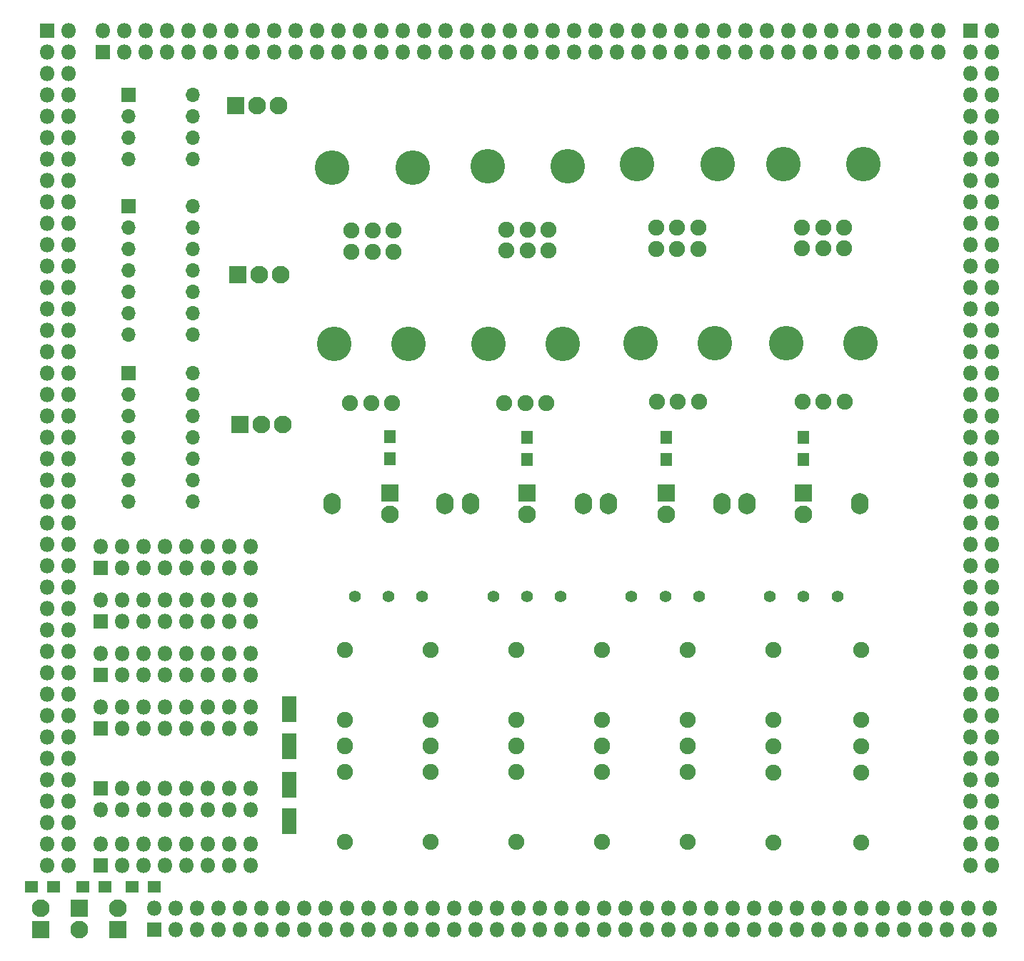
<source format=gbr>
%TF.GenerationSoftware,KiCad,Pcbnew,(5.1.6-0)*%
%TF.CreationDate,2023-02-20T11:30:03-05:00*%
%TF.ProjectId,Test Board Euro,54657374-2042-46f6-9172-64204575726f,rev?*%
%TF.SameCoordinates,Original*%
%TF.FileFunction,Soldermask,Bot*%
%TF.FilePolarity,Negative*%
%FSLAX46Y46*%
G04 Gerber Fmt 4.6, Leading zero omitted, Abs format (unit mm)*
G04 Created by KiCad (PCBNEW (5.1.6-0)) date 2023-02-20 11:30:03*
%MOMM*%
%LPD*%
G01*
G04 APERTURE LIST*
%ADD10R,1.800000X1.800000*%
%ADD11O,1.800000X1.800000*%
%ADD12R,1.700000X3.100000*%
%ADD13O,2.100000X2.500000*%
%ADD14C,1.400000*%
%ADD15C,2.100000*%
%ADD16R,2.100000X2.100000*%
%ADD17R,1.600000X1.400000*%
%ADD18R,1.400000X1.600000*%
%ADD19R,1.700000X1.700000*%
%ADD20O,1.700000X1.700000*%
%ADD21C,1.900000*%
%ADD22C,4.100000*%
G04 APERTURE END LIST*
D10*
%TO.C,J18*%
X92964000Y-142240000D03*
D11*
X92964000Y-139700000D03*
X95504000Y-142240000D03*
X95504000Y-139700000D03*
X98044000Y-142240000D03*
X98044000Y-139700000D03*
X100584000Y-142240000D03*
X100584000Y-139700000D03*
X103124000Y-142240000D03*
X103124000Y-139700000D03*
X105664000Y-142240000D03*
X105664000Y-139700000D03*
X108204000Y-142240000D03*
X108204000Y-139700000D03*
X110744000Y-142240000D03*
X110744000Y-139700000D03*
X113284000Y-142240000D03*
X113284000Y-139700000D03*
X115824000Y-142240000D03*
X115824000Y-139700000D03*
X118364000Y-142240000D03*
X118364000Y-139700000D03*
X120904000Y-142240000D03*
X120904000Y-139700000D03*
X123444000Y-142240000D03*
X123444000Y-139700000D03*
X125984000Y-142240000D03*
X125984000Y-139700000D03*
X128524000Y-142240000D03*
X128524000Y-139700000D03*
X131064000Y-142240000D03*
X131064000Y-139700000D03*
X133604000Y-142240000D03*
X133604000Y-139700000D03*
X136144000Y-142240000D03*
X136144000Y-139700000D03*
X138684000Y-142240000D03*
X138684000Y-139700000D03*
X141224000Y-142240000D03*
X141224000Y-139700000D03*
X143764000Y-142240000D03*
X143764000Y-139700000D03*
X146304000Y-142240000D03*
X146304000Y-139700000D03*
X148844000Y-142240000D03*
X148844000Y-139700000D03*
X151384000Y-142240000D03*
X151384000Y-139700000D03*
X153924000Y-142240000D03*
X153924000Y-139700000D03*
X156464000Y-142240000D03*
X156464000Y-139700000D03*
X159004000Y-142240000D03*
X159004000Y-139700000D03*
X161544000Y-142240000D03*
X161544000Y-139700000D03*
X164084000Y-142240000D03*
X164084000Y-139700000D03*
X166624000Y-142240000D03*
X166624000Y-139700000D03*
X169164000Y-142240000D03*
X169164000Y-139700000D03*
X171704000Y-142240000D03*
X171704000Y-139700000D03*
X174244000Y-142240000D03*
X174244000Y-139700000D03*
X176784000Y-142240000D03*
X176784000Y-139700000D03*
X179324000Y-142240000D03*
X179324000Y-139700000D03*
X181864000Y-142240000D03*
X181864000Y-139700000D03*
X184404000Y-142240000D03*
X184404000Y-139700000D03*
X186944000Y-142240000D03*
X186944000Y-139700000D03*
X189484000Y-142240000D03*
X189484000Y-139700000D03*
X192024000Y-142240000D03*
X192024000Y-139700000D03*
%TD*%
D12*
%TO.C,C2*%
X108966000Y-116104000D03*
X108966000Y-120504000D03*
%TD*%
%TO.C,C1*%
X108966000Y-129454000D03*
X108966000Y-125054000D03*
%TD*%
D13*
%TO.C,RV9*%
X127406999Y-91730000D03*
X114006999Y-91730000D03*
D14*
X124706999Y-102730000D03*
X120706999Y-102730000D03*
X116706999Y-102730000D03*
%TD*%
D15*
%TO.C,SW3*%
X107950000Y-64516000D03*
X105410000Y-64516000D03*
D16*
X102870000Y-64516000D03*
%TD*%
D15*
%TO.C,SW2*%
X107696000Y-44450000D03*
X105156000Y-44450000D03*
D16*
X102616000Y-44450000D03*
%TD*%
D15*
%TO.C,SW1*%
X108204000Y-82296000D03*
X105664000Y-82296000D03*
D16*
X103124000Y-82296000D03*
%TD*%
D10*
%TO.C,H6*%
X86614000Y-99314000D03*
D11*
X86614000Y-96774000D03*
X89154000Y-99314000D03*
X89154000Y-96774000D03*
X91694000Y-99314000D03*
X91694000Y-96774000D03*
X94234000Y-99314000D03*
X94234000Y-96774000D03*
X96774000Y-99314000D03*
X96774000Y-96774000D03*
X99314000Y-99314000D03*
X99314000Y-96774000D03*
X101854000Y-99314000D03*
X101854000Y-96774000D03*
X104394000Y-99314000D03*
X104394000Y-96774000D03*
%TD*%
D10*
%TO.C,H5*%
X86614000Y-105664000D03*
D11*
X86614000Y-103124000D03*
X89154000Y-105664000D03*
X89154000Y-103124000D03*
X91694000Y-105664000D03*
X91694000Y-103124000D03*
X94234000Y-105664000D03*
X94234000Y-103124000D03*
X96774000Y-105664000D03*
X96774000Y-103124000D03*
X99314000Y-105664000D03*
X99314000Y-103124000D03*
X101854000Y-105664000D03*
X101854000Y-103124000D03*
X104394000Y-105664000D03*
X104394000Y-103124000D03*
%TD*%
D10*
%TO.C,H4*%
X86614000Y-112014000D03*
D11*
X86614000Y-109474000D03*
X89154000Y-112014000D03*
X89154000Y-109474000D03*
X91694000Y-112014000D03*
X91694000Y-109474000D03*
X94234000Y-112014000D03*
X94234000Y-109474000D03*
X96774000Y-112014000D03*
X96774000Y-109474000D03*
X99314000Y-112014000D03*
X99314000Y-109474000D03*
X101854000Y-112014000D03*
X101854000Y-109474000D03*
X104394000Y-112014000D03*
X104394000Y-109474000D03*
%TD*%
D10*
%TO.C,H2*%
X86614000Y-118364000D03*
D11*
X86614000Y-115824000D03*
X89154000Y-118364000D03*
X89154000Y-115824000D03*
X91694000Y-118364000D03*
X91694000Y-115824000D03*
X94234000Y-118364000D03*
X94234000Y-115824000D03*
X96774000Y-118364000D03*
X96774000Y-115824000D03*
X99314000Y-118364000D03*
X99314000Y-115824000D03*
X101854000Y-118364000D03*
X101854000Y-115824000D03*
X104394000Y-118364000D03*
X104394000Y-115824000D03*
%TD*%
D17*
%TO.C,R7*%
X78326000Y-137160000D03*
X81026000Y-137160000D03*
%TD*%
%TO.C,R6*%
X90264000Y-137160000D03*
X92964000Y-137160000D03*
%TD*%
%TO.C,R5*%
X84422000Y-137160000D03*
X87122000Y-137160000D03*
%TD*%
D15*
%TO.C,D7*%
X79502000Y-139700000D03*
D16*
X79502000Y-142240000D03*
%TD*%
D15*
%TO.C,D6*%
X88646000Y-139700000D03*
D16*
X88646000Y-142240000D03*
%TD*%
D15*
%TO.C,D5*%
X84074000Y-142240000D03*
D16*
X84074000Y-139700000D03*
%TD*%
D18*
%TO.C,R4*%
X120904000Y-83740000D03*
X120904000Y-86440000D03*
%TD*%
%TO.C,R3*%
X137160000Y-83820000D03*
X137160000Y-86520000D03*
%TD*%
%TO.C,R2*%
X153670000Y-83820000D03*
X153670000Y-86520000D03*
%TD*%
%TO.C,R1*%
X169926000Y-83820000D03*
X169926000Y-86520000D03*
%TD*%
D10*
%TO.C,J17*%
X189738000Y-35560000D03*
D11*
X192278000Y-35560000D03*
X189738000Y-38100000D03*
X192278000Y-38100000D03*
X189738000Y-40640000D03*
X192278000Y-40640000D03*
X189738000Y-43180000D03*
X192278000Y-43180000D03*
X189738000Y-45720000D03*
X192278000Y-45720000D03*
X189738000Y-48260000D03*
X192278000Y-48260000D03*
X189738000Y-50800000D03*
X192278000Y-50800000D03*
X189738000Y-53340000D03*
X192278000Y-53340000D03*
X189738000Y-55880000D03*
X192278000Y-55880000D03*
X189738000Y-58420000D03*
X192278000Y-58420000D03*
X189738000Y-60960000D03*
X192278000Y-60960000D03*
X189738000Y-63500000D03*
X192278000Y-63500000D03*
X189738000Y-66040000D03*
X192278000Y-66040000D03*
X189738000Y-68580000D03*
X192278000Y-68580000D03*
X189738000Y-71120000D03*
X192278000Y-71120000D03*
X189738000Y-73660000D03*
X192278000Y-73660000D03*
X189738000Y-76200000D03*
X192278000Y-76200000D03*
X189738000Y-78740000D03*
X192278000Y-78740000D03*
X189738000Y-81280000D03*
X192278000Y-81280000D03*
X189738000Y-83820000D03*
X192278000Y-83820000D03*
X189738000Y-86360000D03*
X192278000Y-86360000D03*
X189738000Y-88900000D03*
X192278000Y-88900000D03*
X189738000Y-91440000D03*
X192278000Y-91440000D03*
X189738000Y-93980000D03*
X192278000Y-93980000D03*
X189738000Y-96520000D03*
X192278000Y-96520000D03*
X189738000Y-99060000D03*
X192278000Y-99060000D03*
X189738000Y-101600000D03*
X192278000Y-101600000D03*
X189738000Y-104140000D03*
X192278000Y-104140000D03*
X189738000Y-106680000D03*
X192278000Y-106680000D03*
X189738000Y-109220000D03*
X192278000Y-109220000D03*
X189738000Y-111760000D03*
X192278000Y-111760000D03*
X189738000Y-114300000D03*
X192278000Y-114300000D03*
X189738000Y-116840000D03*
X192278000Y-116840000D03*
X189738000Y-119380000D03*
X192278000Y-119380000D03*
X189738000Y-121920000D03*
X192278000Y-121920000D03*
X189738000Y-124460000D03*
X192278000Y-124460000D03*
X189738000Y-127000000D03*
X192278000Y-127000000D03*
X189738000Y-129540000D03*
X192278000Y-129540000D03*
X189738000Y-132080000D03*
X192278000Y-132080000D03*
X189738000Y-134620000D03*
X192278000Y-134620000D03*
%TD*%
D10*
%TO.C,H3*%
X86614000Y-125476000D03*
D11*
X86614000Y-128016000D03*
X89154000Y-125476000D03*
X89154000Y-128016000D03*
X91694000Y-125476000D03*
X91694000Y-128016000D03*
X94234000Y-125476000D03*
X94234000Y-128016000D03*
X96774000Y-125476000D03*
X96774000Y-128016000D03*
X99314000Y-125476000D03*
X99314000Y-128016000D03*
X101854000Y-125476000D03*
X101854000Y-128016000D03*
X104394000Y-125476000D03*
X104394000Y-128016000D03*
%TD*%
D19*
%TO.C,U4*%
X89916000Y-76200000D03*
D20*
X97536000Y-91440000D03*
X89916000Y-78740000D03*
X97536000Y-88900000D03*
X89916000Y-81280000D03*
X97536000Y-86360000D03*
X89916000Y-83820000D03*
X97536000Y-83820000D03*
X89916000Y-86360000D03*
X97536000Y-81280000D03*
X89916000Y-88900000D03*
X97536000Y-78740000D03*
X89916000Y-91440000D03*
X97536000Y-76200000D03*
%TD*%
D19*
%TO.C,U3*%
X89916000Y-43180000D03*
D20*
X97536000Y-50800000D03*
X89916000Y-45720000D03*
X97536000Y-48260000D03*
X89916000Y-48260000D03*
X97536000Y-45720000D03*
X89916000Y-50800000D03*
X97536000Y-43180000D03*
%TD*%
D19*
%TO.C,U2*%
X89916000Y-56388000D03*
D20*
X97536000Y-71628000D03*
X89916000Y-58928000D03*
X97536000Y-69088000D03*
X89916000Y-61468000D03*
X97536000Y-66548000D03*
X89916000Y-64008000D03*
X97536000Y-64008000D03*
X89916000Y-66548000D03*
X97536000Y-61468000D03*
X89916000Y-69088000D03*
X97536000Y-58928000D03*
X89916000Y-71628000D03*
X97536000Y-56388000D03*
%TD*%
D13*
%TO.C,RV12*%
X176606999Y-91730000D03*
X163206999Y-91730000D03*
D14*
X173906999Y-102730000D03*
X169906999Y-102730000D03*
X165906999Y-102730000D03*
%TD*%
D13*
%TO.C,RV11*%
X160206999Y-91730000D03*
X146806999Y-91730000D03*
D14*
X157506999Y-102730000D03*
X153506999Y-102730000D03*
X149506999Y-102730000D03*
%TD*%
D13*
%TO.C,RV10*%
X143806999Y-91730000D03*
X130406999Y-91730000D03*
D14*
X141106999Y-102730000D03*
X137106999Y-102730000D03*
X133106999Y-102730000D03*
%TD*%
D10*
%TO.C,J16*%
X86868000Y-38100000D03*
D11*
X86868000Y-35560000D03*
X89408000Y-38100000D03*
X89408000Y-35560000D03*
X91948000Y-38100000D03*
X91948000Y-35560000D03*
X94488000Y-38100000D03*
X94488000Y-35560000D03*
X97028000Y-38100000D03*
X97028000Y-35560000D03*
X99568000Y-38100000D03*
X99568000Y-35560000D03*
X102108000Y-38100000D03*
X102108000Y-35560000D03*
X104648000Y-38100000D03*
X104648000Y-35560000D03*
X107188000Y-38100000D03*
X107188000Y-35560000D03*
X109728000Y-38100000D03*
X109728000Y-35560000D03*
X112268000Y-38100000D03*
X112268000Y-35560000D03*
X114808000Y-38100000D03*
X114808000Y-35560000D03*
X117348000Y-38100000D03*
X117348000Y-35560000D03*
X119888000Y-38100000D03*
X119888000Y-35560000D03*
X122428000Y-38100000D03*
X122428000Y-35560000D03*
X124968000Y-38100000D03*
X124968000Y-35560000D03*
X127508000Y-38100000D03*
X127508000Y-35560000D03*
X130048000Y-38100000D03*
X130048000Y-35560000D03*
X132588000Y-38100000D03*
X132588000Y-35560000D03*
X135128000Y-38100000D03*
X135128000Y-35560000D03*
X137668000Y-38100000D03*
X137668000Y-35560000D03*
X140208000Y-38100000D03*
X140208000Y-35560000D03*
X142748000Y-38100000D03*
X142748000Y-35560000D03*
X145288000Y-38100000D03*
X145288000Y-35560000D03*
X147828000Y-38100000D03*
X147828000Y-35560000D03*
X150368000Y-38100000D03*
X150368000Y-35560000D03*
X152908000Y-38100000D03*
X152908000Y-35560000D03*
X155448000Y-38100000D03*
X155448000Y-35560000D03*
X157988000Y-38100000D03*
X157988000Y-35560000D03*
X160528000Y-38100000D03*
X160528000Y-35560000D03*
X163068000Y-38100000D03*
X163068000Y-35560000D03*
X165608000Y-38100000D03*
X165608000Y-35560000D03*
X168148000Y-38100000D03*
X168148000Y-35560000D03*
X170688000Y-38100000D03*
X170688000Y-35560000D03*
X173228000Y-38100000D03*
X173228000Y-35560000D03*
X175768000Y-38100000D03*
X175768000Y-35560000D03*
X178308000Y-38100000D03*
X178308000Y-35560000D03*
X180848000Y-38100000D03*
X180848000Y-35560000D03*
X183388000Y-38100000D03*
X183388000Y-35560000D03*
X185928000Y-38100000D03*
X185928000Y-35560000D03*
%TD*%
D21*
%TO.C,J15*%
X176784000Y-109126000D03*
X176784000Y-120526000D03*
X176784000Y-117426000D03*
%TD*%
%TO.C,J14*%
X176784000Y-131920000D03*
X176784000Y-120520000D03*
X176784000Y-123620000D03*
%TD*%
%TO.C,J13*%
X166370000Y-131920000D03*
X166370000Y-120520000D03*
X166370000Y-123620000D03*
%TD*%
%TO.C,J12*%
X166370000Y-109126000D03*
X166370000Y-120526000D03*
X166370000Y-117426000D03*
%TD*%
D15*
%TO.C,D4*%
X120904000Y-92964000D03*
D16*
X120904000Y-90424000D03*
%TD*%
D15*
%TO.C,D3*%
X137106999Y-93000000D03*
D16*
X137106999Y-90460000D03*
%TD*%
D15*
%TO.C,D2*%
X153670000Y-92964000D03*
D16*
X153670000Y-90424000D03*
%TD*%
D15*
%TO.C,D1*%
X169926000Y-92964000D03*
D16*
X169926000Y-90424000D03*
%TD*%
D21*
%TO.C,J11*%
X156170000Y-131838000D03*
X156170000Y-120438000D03*
X156170000Y-123538000D03*
%TD*%
%TO.C,J10*%
X146020000Y-131838000D03*
X146020000Y-120438000D03*
X146020000Y-123538000D03*
%TD*%
%TO.C,J9*%
X156170000Y-109126000D03*
X156170000Y-120526000D03*
X156170000Y-117426000D03*
%TD*%
%TO.C,J8*%
X146020000Y-109126000D03*
X146020000Y-120526000D03*
X146020000Y-117426000D03*
%TD*%
%TO.C,J7*%
X135870000Y-131838000D03*
X135870000Y-120438000D03*
X135870000Y-123538000D03*
%TD*%
%TO.C,J5*%
X125720000Y-131838000D03*
X125720000Y-120438000D03*
X125720000Y-123538000D03*
%TD*%
%TO.C,J4*%
X135870000Y-109126000D03*
X135870000Y-120526000D03*
X135870000Y-117426000D03*
%TD*%
%TO.C,J3*%
X125720000Y-109126000D03*
X125720000Y-120526000D03*
X125720000Y-117426000D03*
%TD*%
%TO.C,J2*%
X115570000Y-131838000D03*
X115570000Y-120438000D03*
X115570000Y-123538000D03*
%TD*%
%TO.C,J1*%
X115570000Y-109126000D03*
X115570000Y-120526000D03*
X115570000Y-117426000D03*
%TD*%
%TO.C,RV8*%
X169752000Y-58928000D03*
X172252000Y-58928000D03*
X174752000Y-58928000D03*
X169752000Y-61428000D03*
X172252000Y-61428000D03*
X174752000Y-61428000D03*
D22*
X167502000Y-51428000D03*
X177002000Y-51428000D03*
%TD*%
D21*
%TO.C,RV7*%
X152440000Y-58968000D03*
X154940000Y-58968000D03*
X157440000Y-58968000D03*
X152440000Y-61468000D03*
X154940000Y-61468000D03*
X157440000Y-61468000D03*
D22*
X150190000Y-51468000D03*
X159690000Y-51468000D03*
%TD*%
D21*
%TO.C,RV6*%
X134700000Y-59182000D03*
X137200000Y-59182000D03*
X139700000Y-59182000D03*
X134700000Y-61682000D03*
X137200000Y-61682000D03*
X139700000Y-61682000D03*
D22*
X132450000Y-51682000D03*
X141950000Y-51682000D03*
%TD*%
D21*
%TO.C,RV5*%
X116158000Y-79756000D03*
X118658000Y-79756000D03*
X121158000Y-79756000D03*
D22*
X114258000Y-72756000D03*
X123058000Y-72756000D03*
%TD*%
D21*
%TO.C,RV4*%
X134446000Y-79756000D03*
X136946000Y-79756000D03*
X139446000Y-79756000D03*
D22*
X132546000Y-72756000D03*
X141346000Y-72756000D03*
%TD*%
D21*
%TO.C,RV3*%
X152522000Y-79644000D03*
X155022000Y-79644000D03*
X157522000Y-79644000D03*
D22*
X150622000Y-72644000D03*
X159422000Y-72644000D03*
%TD*%
D21*
%TO.C,RV2*%
X116296000Y-59316000D03*
X118796000Y-59316000D03*
X121296000Y-59316000D03*
X116296000Y-61816000D03*
X118796000Y-61816000D03*
X121296000Y-61816000D03*
D22*
X114046000Y-51816000D03*
X123546000Y-51816000D03*
%TD*%
D21*
%TO.C,RV1*%
X169794000Y-79644000D03*
X172294000Y-79644000D03*
X174794000Y-79644000D03*
D22*
X167894000Y-72644000D03*
X176694000Y-72644000D03*
%TD*%
D10*
%TO.C,J6*%
X80264000Y-35560000D03*
D11*
X82804000Y-35560000D03*
X80264000Y-38100000D03*
X82804000Y-38100000D03*
X80264000Y-40640000D03*
X82804000Y-40640000D03*
X80264000Y-43180000D03*
X82804000Y-43180000D03*
X80264000Y-45720000D03*
X82804000Y-45720000D03*
X80264000Y-48260000D03*
X82804000Y-48260000D03*
X80264000Y-50800000D03*
X82804000Y-50800000D03*
X80264000Y-53340000D03*
X82804000Y-53340000D03*
X80264000Y-55880000D03*
X82804000Y-55880000D03*
X80264000Y-58420000D03*
X82804000Y-58420000D03*
X80264000Y-60960000D03*
X82804000Y-60960000D03*
X80264000Y-63500000D03*
X82804000Y-63500000D03*
X80264000Y-66040000D03*
X82804000Y-66040000D03*
X80264000Y-68580000D03*
X82804000Y-68580000D03*
X80264000Y-71120000D03*
X82804000Y-71120000D03*
X80264000Y-73660000D03*
X82804000Y-73660000D03*
X80264000Y-76200000D03*
X82804000Y-76200000D03*
X80264000Y-78740000D03*
X82804000Y-78740000D03*
X80264000Y-81280000D03*
X82804000Y-81280000D03*
X80264000Y-83820000D03*
X82804000Y-83820000D03*
X80264000Y-86360000D03*
X82804000Y-86360000D03*
X80264000Y-88900000D03*
X82804000Y-88900000D03*
X80264000Y-91440000D03*
X82804000Y-91440000D03*
X80264000Y-93980000D03*
X82804000Y-93980000D03*
X80264000Y-96520000D03*
X82804000Y-96520000D03*
X80264000Y-99060000D03*
X82804000Y-99060000D03*
X80264000Y-101600000D03*
X82804000Y-101600000D03*
X80264000Y-104140000D03*
X82804000Y-104140000D03*
X80264000Y-106680000D03*
X82804000Y-106680000D03*
X80264000Y-109220000D03*
X82804000Y-109220000D03*
X80264000Y-111760000D03*
X82804000Y-111760000D03*
X80264000Y-114300000D03*
X82804000Y-114300000D03*
X80264000Y-116840000D03*
X82804000Y-116840000D03*
X80264000Y-119380000D03*
X82804000Y-119380000D03*
X80264000Y-121920000D03*
X82804000Y-121920000D03*
X80264000Y-124460000D03*
X82804000Y-124460000D03*
X80264000Y-127000000D03*
X82804000Y-127000000D03*
X80264000Y-129540000D03*
X82804000Y-129540000D03*
X80264000Y-132080000D03*
X82804000Y-132080000D03*
X80264000Y-134620000D03*
X82804000Y-134620000D03*
%TD*%
D10*
%TO.C,H1*%
X86614000Y-134620000D03*
D11*
X86614000Y-132080000D03*
X89154000Y-134620000D03*
X89154000Y-132080000D03*
X91694000Y-134620000D03*
X91694000Y-132080000D03*
X94234000Y-134620000D03*
X94234000Y-132080000D03*
X96774000Y-134620000D03*
X96774000Y-132080000D03*
X99314000Y-134620000D03*
X99314000Y-132080000D03*
X101854000Y-134620000D03*
X101854000Y-132080000D03*
X104394000Y-134620000D03*
X104394000Y-132080000D03*
%TD*%
M02*

</source>
